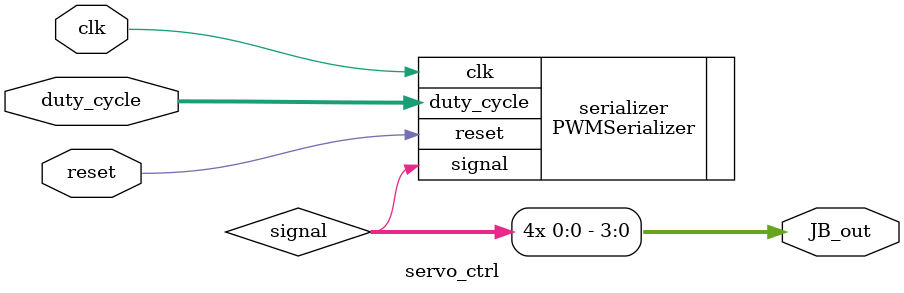
<source format=v>
`timescale 1ns / 1ps


module servo_ctrl(
    input clk,              // System Clock
    input reset,            // Reset the counter
    input [6:0] duty_cycle,
//    output[6:0] duty_cycle,       // Duty Cycle of the Wave, between 0 and 99
//    output reg signal = 0,
//    output wire [1:1] JA_out,
    output wire [4:1] JB_out
    );
    
    assign JB_out[1] = signal;
    assign JB_out[2] = signal;
    assign JB_out[3] = signal;
    assign JB_out[4] = signal;
    
    
    wire signal;
//    assign JA[1] = signal;

//    wire reset;
//    assign reset = BTNR;
    
//    wire clk;
//    assign clk = clk;
    
    PWMSerializer serializer(
    .clk(clk),              // System Clock
    .reset(reset),            // Reset the counter
    .duty_cycle(duty_cycle),       // Duty Cycle of the Wave, between 0 and 99
    .signal(signal)   // Output PWM signal
    );
    
endmodule

</source>
